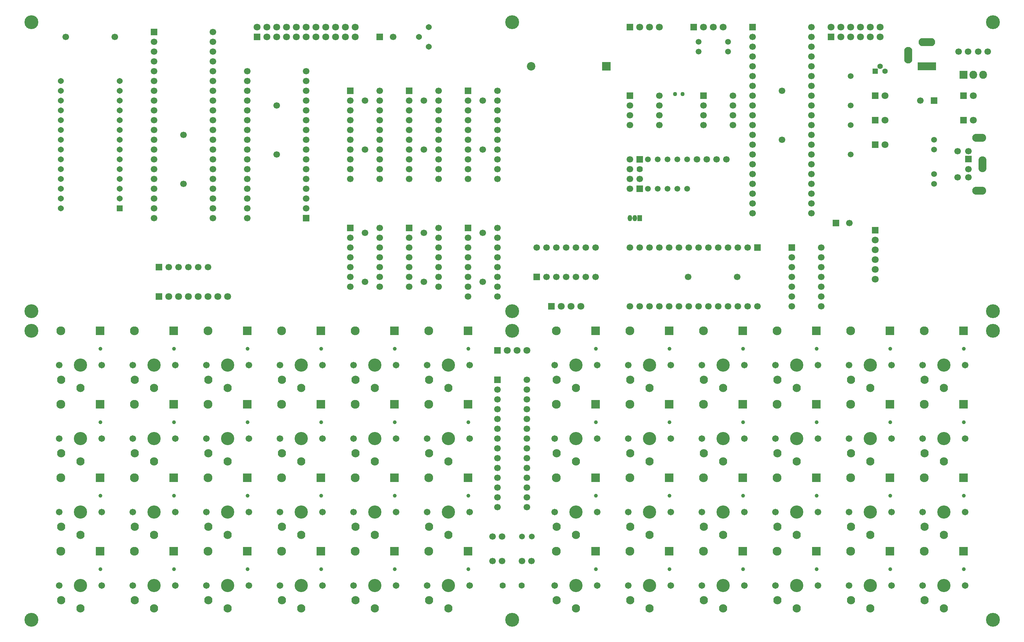
<source format=gbr>
%TF.GenerationSoftware,Novarm,DipTrace,4.3.0.4*%
%TF.CreationDate,2023-07-28T17:07:58+01:00*%
%FSLAX26Y26*%
%MOIN*%
%TF.FileFunction,Soldermask,Bot*%
%TF.Part,Single*%
%ADD20C,0.055118*%
%ADD26C,0.062992*%
%ADD28C,0.059055*%
%ADD32R,0.066929X0.066929*%
%ADD33C,0.066929*%
%ADD38C,0.066929*%
%ADD51R,0.086614X0.086614*%
%ADD55C,0.067*%
%ADD56C,0.135*%
%ADD57C,0.039*%
%ADD64C,0.043307*%
%ADD68C,0.090551*%
%ADD70R,0.090551X0.090551*%
%ADD75C,0.06063*%
%ADD77C,0.086614*%
%ADD79O,0.045276X0.062992*%
%ADD81R,0.045276X0.062992*%
%ADD83O,0.078937X0.082677*%
%ADD85R,0.078937X0.082677*%
%ADD87O,0.082677X0.169291*%
%ADD89O,0.169291X0.082677*%
%ADD91R,0.185039X0.082677*%
%ADD93C,0.070866*%
%ADD94O,0.082677X0.161417*%
%ADD96O,0.141732X0.082677*%
%ADD98C,0.06063*%
%ADD100R,0.06063X0.06063*%
%ADD102C,0.070866*%
%ADD103R,0.070866X0.070866*%
%ADD105R,0.055118X0.055118*%
%ADD107C,0.141732*%
%ADD109C,0.063937*%
%ADD111C,0.059055*%
%ADD113C,0.083937*%
G75*
G01*
%LPD*%
D28*
X6977953Y4893701D3*
D111*
Y5193701D3*
D113*
X3243701Y1361024D3*
X3046850Y1443701D3*
D55*
X3027165Y1593307D3*
D56*
X3243701D3*
D57*
X3449213Y1758661D3*
D55*
X3460236Y1593307D3*
D32*
X8243701Y4293701D3*
D33*
Y4193701D3*
Y4093701D3*
Y3993701D3*
Y3893701D3*
Y3793701D3*
Y3693701D3*
X8543701D3*
Y3793701D3*
Y3893701D3*
Y3993701D3*
Y4093701D3*
Y4193701D3*
Y4293701D3*
D32*
X3293701Y4593701D3*
D33*
Y4693701D3*
Y4793701D3*
Y4893701D3*
Y4993701D3*
Y5093701D3*
Y5193701D3*
Y5293701D3*
Y5393701D3*
Y5493701D3*
Y5593701D3*
Y5693701D3*
Y5793701D3*
Y5893701D3*
Y5993701D3*
Y6093701D3*
X2693701D3*
Y5993701D3*
Y5893701D3*
Y5793701D3*
Y5693701D3*
Y5593701D3*
Y5493701D3*
Y5393701D3*
Y5293701D3*
Y5193701D3*
Y5093701D3*
Y4993701D3*
Y4893701D3*
Y4793701D3*
Y4693701D3*
Y4593701D3*
D28*
X6877953Y5193701D3*
D111*
Y4893701D3*
D113*
X8293701Y611024D3*
X8096850Y693701D3*
D55*
X8077165Y843307D3*
D56*
X8293701D3*
D57*
X8499213Y1008661D3*
D55*
X8510236Y843307D3*
D32*
X6693701Y4893701D3*
D38*
Y4993701D3*
D109*
Y5093701D3*
D32*
Y5193701D3*
D38*
X6593701D3*
Y5093701D3*
Y4993701D3*
Y4893701D3*
D32*
X4344094Y5893504D3*
D33*
Y5793504D3*
Y5693504D3*
Y5593504D3*
Y5493504D3*
Y5393504D3*
Y5293504D3*
Y5193504D3*
Y5093504D3*
Y4993504D3*
X4644094D3*
Y5093504D3*
Y5193504D3*
Y5293504D3*
Y5393504D3*
Y5493504D3*
Y5593504D3*
Y5693504D3*
Y5793504D3*
Y5893504D3*
D32*
X7843504Y6543504D3*
D33*
Y6443504D3*
Y6343504D3*
Y6243504D3*
Y6143504D3*
Y6043504D3*
Y5943504D3*
Y5843504D3*
Y5743504D3*
Y5643504D3*
Y5543504D3*
Y5443504D3*
Y5343504D3*
Y5243504D3*
Y5143504D3*
Y5043504D3*
Y4943504D3*
Y4843504D3*
Y4743504D3*
Y4643504D3*
X8443504D3*
Y4743504D3*
Y4843504D3*
Y4943504D3*
Y5043504D3*
Y5143504D3*
Y5243504D3*
Y5343504D3*
Y5443504D3*
Y5543504D3*
Y5643504D3*
Y5743504D3*
Y5843504D3*
Y5943504D3*
Y6043504D3*
Y6143504D3*
Y6243504D3*
Y6343504D3*
Y6443504D3*
Y6543504D3*
D113*
X3243701Y2111024D3*
X3046850Y2193701D3*
D55*
X3027165Y2343307D3*
D56*
X3243701D3*
D57*
X3449213Y2508661D3*
D55*
X3460236Y2343307D3*
D26*
X5297244Y843307D3*
X5489370D3*
D32*
X9693701Y5793701D3*
D38*
X9555906D3*
D113*
X3993701Y2111024D3*
X3796850Y2193701D3*
D55*
X3777165Y2343307D3*
D56*
X3993701D3*
D57*
X4199213Y2508661D3*
D55*
X4210236Y2343307D3*
D113*
X7543701Y2861024D3*
X7346850Y2943701D3*
D55*
X7327165Y3093307D3*
D56*
X7543701D3*
D57*
X7749213Y3258661D3*
D55*
X7760236Y3093307D3*
D113*
X9043701Y1361024D3*
X8846850Y1443701D3*
D55*
X8827165Y1593307D3*
D56*
X9043701D3*
D57*
X9249213Y1758661D3*
D55*
X9260236Y1593307D3*
D32*
X4043701Y6443701D3*
D38*
X4181496D3*
D113*
X7543701Y1361024D3*
X7346850Y1443701D3*
D55*
X7327165Y1593307D3*
D56*
X7543701D3*
D57*
X7749213Y1758661D3*
D55*
X7760236Y1593307D3*
D107*
X493701Y3443701D3*
D113*
X4743701Y1361024D3*
X4546850Y1443701D3*
D55*
X4527165Y1593307D3*
D56*
X4743701D3*
D57*
X4949213Y1758661D3*
D55*
X4960236Y1593307D3*
D113*
X3243701Y2861024D3*
X3046850Y2943701D3*
D55*
X3027165Y3093307D3*
D56*
X3243701D3*
D57*
X3449213Y3258661D3*
D55*
X3460236Y3093307D3*
D113*
X7543701Y2111024D3*
X7346850Y2193701D3*
D55*
X7327165Y2343307D3*
D56*
X7543701D3*
D57*
X7749213Y2508661D3*
D55*
X7760236Y2343307D3*
D107*
X5393701Y3643701D3*
D113*
X9793701Y2111024D3*
X9596850Y2193701D3*
D55*
X9577165Y2343307D3*
D56*
X9793701D3*
D57*
X9999213Y2508661D3*
D55*
X10010236Y2343307D3*
D105*
X9093701Y6093701D3*
D20*
X9143701Y6143701D3*
X9193701Y6093701D3*
D38*
X7277953Y5193701D3*
X7376378D3*
D113*
X6043701Y1361024D3*
X5846850Y1443701D3*
D55*
X5827165Y1593307D3*
D56*
X6043701D3*
D57*
X6249213Y1758661D3*
D55*
X6260236Y1593307D3*
D107*
X493701Y3643701D3*
D113*
X3993701Y1361024D3*
X3796850Y1443701D3*
D55*
X3777165Y1593307D3*
D56*
X3993701D3*
D57*
X4199213Y1758661D3*
D55*
X4210236Y1593307D3*
D38*
X5193701Y1343307D3*
X5292126D3*
D113*
X3993701Y611024D3*
X3796850Y693701D3*
D55*
X3777165Y843307D3*
D56*
X3993701D3*
D57*
X4199213Y1008661D3*
D55*
X4210236Y843307D3*
D103*
X7244094Y6543701D3*
D102*
X7344094D3*
X7444094D3*
X7544094D3*
D113*
X1743701Y2861024D3*
X1546850Y2943701D3*
D55*
X1527165Y3093307D3*
D56*
X1743701D3*
D57*
X1949213Y3258661D3*
D55*
X1960236Y3093307D3*
D103*
X2793701Y6443701D3*
D102*
Y6543701D3*
X2893701Y6443701D3*
Y6543701D3*
X2993701Y6443701D3*
Y6543701D3*
X3093701Y6443701D3*
Y6543701D3*
X3193701Y6443701D3*
Y6543701D3*
X3293701Y6443701D3*
Y6543701D3*
X3393701Y6443701D3*
Y6543701D3*
X3493701Y6443701D3*
Y6543701D3*
X3593701Y6443701D3*
Y6543701D3*
X3693701Y6443701D3*
Y6543701D3*
X3793701Y6443701D3*
Y6543701D3*
D103*
X5243701Y3243307D3*
D102*
X5343701D3*
X5443701D3*
X5543701D3*
D113*
X8293701Y1361024D3*
X8096850Y1443701D3*
D55*
X8077165Y1593307D3*
D56*
X8293701D3*
D57*
X8499213Y1758661D3*
D55*
X8510236Y1593307D3*
D32*
X6594094Y5843307D3*
D33*
Y5743307D3*
Y5643307D3*
Y5543307D3*
X6894094D3*
Y5643307D3*
Y5743307D3*
Y5843307D3*
D113*
X9043701Y2861024D3*
X8846850Y2943701D3*
D55*
X8827165Y3093307D3*
D56*
X9043701D3*
D57*
X9249213Y3258661D3*
D55*
X9260236Y3093307D3*
D38*
X3893701Y4443701D3*
Y3943701D3*
D113*
X1743701Y611024D3*
X1546850Y693701D3*
D55*
X1527165Y843307D3*
D56*
X1743701D3*
D57*
X1949213Y1008661D3*
D55*
X1960236Y843307D3*
D32*
X1743504Y6493701D3*
D33*
Y6393701D3*
Y6293701D3*
Y6193701D3*
Y6093701D3*
Y5993701D3*
Y5893701D3*
Y5793701D3*
Y5693701D3*
Y5593701D3*
Y5493701D3*
Y5393701D3*
Y5293701D3*
Y5193701D3*
Y5093701D3*
Y4993701D3*
Y4893701D3*
Y4793701D3*
Y4693701D3*
Y4593701D3*
X2343504D3*
Y4693701D3*
Y4793701D3*
Y4893701D3*
Y4993701D3*
Y5093701D3*
Y5193701D3*
Y5293701D3*
Y5393701D3*
Y5493701D3*
Y5593701D3*
Y5693701D3*
Y5793701D3*
Y5893701D3*
Y5993701D3*
Y6093701D3*
Y6193701D3*
Y6293701D3*
Y6393701D3*
Y6493701D3*
D113*
X6043701Y2861024D3*
X5846850Y2943701D3*
D55*
X5827165Y3093307D3*
D56*
X6043701D3*
D57*
X6249213Y3258661D3*
D55*
X6260236Y3093307D3*
D113*
X6793701Y2861024D3*
X6596850Y2943701D3*
D55*
X6577165Y3093307D3*
D56*
X6793701D3*
D57*
X6999213Y3258661D3*
D55*
X7010236Y3093307D3*
D32*
X8693701Y4543701D3*
D38*
X8831496D3*
D28*
X7593701Y6393701D3*
D111*
X7293701D3*
D38*
X7188976Y3993701D3*
X7688976D3*
D32*
X5243701Y2943307D3*
D33*
Y2843307D3*
Y2743307D3*
Y2643307D3*
Y2543307D3*
Y2443307D3*
Y2343307D3*
Y2243307D3*
Y2143307D3*
Y2043307D3*
Y1943307D3*
Y1843307D3*
Y1743307D3*
Y1643307D3*
X5543701D3*
Y1743307D3*
Y1843307D3*
Y1943307D3*
Y2043307D3*
Y2143307D3*
Y2243307D3*
Y2343307D3*
Y2443307D3*
Y2543307D3*
Y2643307D3*
Y2743307D3*
Y2843307D3*
Y2943307D3*
D28*
X7077953Y5193701D3*
D111*
Y4893701D3*
D38*
X7477953Y5193701D3*
X7576378D3*
D107*
X5393701Y3443701D3*
D113*
X4743701Y2861024D3*
X4546850Y2943701D3*
D55*
X4527165Y3093307D3*
D56*
X4743701D3*
D57*
X4949213Y3258661D3*
D55*
X4960236Y3093307D3*
D113*
X9043701Y2111024D3*
X8846850Y2193701D3*
D55*
X8827165Y2343307D3*
D56*
X9043701D3*
D57*
X9249213Y2508661D3*
D55*
X9260236Y2343307D3*
D32*
X3743701Y4493701D3*
D33*
Y4393701D3*
Y4293701D3*
Y4193701D3*
Y4093701D3*
Y3993701D3*
Y3893701D3*
X4043701D3*
Y3993701D3*
Y4093701D3*
Y4193701D3*
Y4293701D3*
Y4393701D3*
Y4493701D3*
D107*
X10293701Y6593701D3*
D28*
X8843701Y6043701D3*
D111*
Y5743701D3*
D28*
X9693701Y5393701D3*
D111*
Y5293701D3*
D100*
X1393701Y4694094D3*
D98*
Y4794094D3*
Y4894094D3*
Y4994094D3*
Y5094094D3*
Y5194094D3*
Y5294094D3*
Y5394094D3*
Y5494094D3*
Y5594094D3*
Y5694094D3*
Y5794094D3*
Y5894094D3*
Y5994094D3*
X793701D3*
Y5894094D3*
Y5794094D3*
Y5694094D3*
Y5594094D3*
Y5494094D3*
Y5394094D3*
Y5294094D3*
Y5194094D3*
Y5094094D3*
Y4994094D3*
Y4894094D3*
Y4794094D3*
Y4694094D3*
D113*
X1743701Y2111024D3*
X1546850Y2193701D3*
D55*
X1527165Y2343307D3*
D56*
X1743701D3*
D57*
X1949213Y2508661D3*
D55*
X1960236Y2343307D3*
D113*
X1743701Y1361024D3*
X1546850Y1443701D3*
D55*
X1527165Y1593307D3*
D56*
X1743701D3*
D57*
X1949213Y1758661D3*
D55*
X1960236Y1593307D3*
D32*
X5643701Y3993701D3*
D33*
X5743701D3*
X5843701D3*
X5943701D3*
X6043701D3*
X6143701D3*
X6243701D3*
Y4293701D3*
X6143701D3*
X6043701D3*
X5943701D3*
X5843701D3*
X5743701D3*
X5643701D3*
D113*
X9043701Y611024D3*
X8846850Y693701D3*
D55*
X8827165Y843307D3*
D56*
X9043701D3*
D57*
X9249213Y1008661D3*
D55*
X9260236Y843307D3*
D103*
X9093701Y5343701D3*
D102*
X9193701D3*
D32*
X3743701Y5893701D3*
D33*
Y5793701D3*
Y5693701D3*
Y5593701D3*
Y5493701D3*
Y5393701D3*
Y5293701D3*
Y5193701D3*
Y5093701D3*
Y4993701D3*
X4043701D3*
Y5093701D3*
Y5193701D3*
Y5293701D3*
Y5393701D3*
Y5493701D3*
Y5593701D3*
Y5693701D3*
Y5793701D3*
Y5893701D3*
D113*
X2493701Y2861024D3*
X2296850Y2943701D3*
D55*
X2277165Y3093307D3*
D56*
X2493701D3*
D57*
X2699213Y3258661D3*
D55*
X2710236Y3093307D3*
D107*
X493701Y493701D3*
D32*
X10043701Y5195276D3*
D38*
Y5092913D3*
Y5277953D3*
Y5010236D3*
X9933465Y5277953D3*
Y5010236D3*
D96*
X10155906Y4874409D3*
D94*
X10187402Y5144094D3*
D96*
X10155906Y5413780D3*
D113*
X3243701Y611024D3*
X3046850Y693701D3*
D55*
X3027165Y843307D3*
D56*
X3243701D3*
D57*
X3449213Y1008661D3*
D55*
X3460236Y843307D3*
D28*
X8843701Y5543701D3*
D111*
Y5243701D3*
D28*
X6777953Y5193701D3*
D111*
Y4893701D3*
D38*
X2043504Y5442913D3*
Y4942913D3*
D113*
X4743701Y611024D3*
X4546850Y693701D3*
D55*
X4527165Y843307D3*
D56*
X4743701D3*
D57*
X4949213Y1008661D3*
D55*
X4960236Y843307D3*
D113*
X2493701Y1361024D3*
X2296850Y1443701D3*
D55*
X2277165Y1593307D3*
D56*
X2493701D3*
D57*
X2699213Y1758661D3*
D55*
X2710236Y1593307D3*
D103*
X8643701Y6443504D3*
D102*
Y6543504D3*
X8743701Y6443504D3*
Y6543504D3*
X8843701Y6443504D3*
Y6543504D3*
X8943701Y6443504D3*
Y6543504D3*
X9043701Y6443504D3*
Y6543504D3*
X9143701Y6443504D3*
Y6543504D3*
D107*
X493701Y6593701D3*
D103*
X9093701Y4468701D3*
D93*
Y4368701D3*
Y4268701D3*
Y4168701D3*
Y4068701D3*
Y3968701D3*
D113*
X8293701Y2861024D3*
X8096850Y2943701D3*
D55*
X8077165Y3093307D3*
D56*
X8293701D3*
D57*
X8499213Y3258661D3*
D55*
X8510236Y3093307D3*
D113*
X9793701Y611024D3*
X9596850Y693701D3*
D55*
X9577165Y843307D3*
D56*
X9793701D3*
D57*
X9999213Y1008661D3*
D55*
X10010236Y843307D3*
D38*
X9943701Y6293701D3*
X10042126D3*
D113*
X993701Y1361024D3*
X796850Y1443701D3*
D55*
X777165Y1593307D3*
D56*
X993701D3*
D57*
X1199213Y1758661D3*
D55*
X1210236Y1593307D3*
D91*
X9619291Y6143701D3*
D89*
Y6391732D3*
D87*
X9430315Y6257874D3*
D113*
X4743701Y2111024D3*
X4546850Y2193701D3*
D55*
X4527165Y2343307D3*
D56*
X4743701D3*
D57*
X4949213Y2508661D3*
D55*
X4960236Y2343307D3*
D38*
X4493701Y4443701D3*
Y3943701D3*
D85*
X9993701Y6056496D3*
D83*
X10093701D3*
X10193701D3*
D38*
X5093701Y4443701D3*
Y3943701D3*
D113*
X6793701Y1361024D3*
X6596850Y1443701D3*
D55*
X6577165Y1593307D3*
D56*
X6793701D3*
D57*
X6999213Y1758661D3*
D55*
X7010236Y1593307D3*
D32*
X4343307Y4493504D3*
D33*
Y4393504D3*
Y4293504D3*
Y4193504D3*
Y4093504D3*
Y3993504D3*
Y3893504D3*
X4643307D3*
Y3993504D3*
Y4093504D3*
Y4193504D3*
Y4293504D3*
Y4393504D3*
Y4493504D3*
D38*
X5493701Y1093307D3*
X5592126D3*
D113*
X6793701Y611024D3*
X6596850Y693701D3*
D55*
X6577165Y843307D3*
D56*
X6793701D3*
D57*
X6999213Y1008661D3*
D55*
X7010236Y843307D3*
D81*
X6693701Y4593701D3*
D79*
X6643701D3*
X6593701D3*
D28*
X9693701Y5043701D3*
D111*
Y4943701D3*
D38*
X3893701Y5793701D3*
Y5293701D3*
D103*
X9093701Y5593701D3*
D102*
X9193701D3*
D107*
X5393701Y493701D3*
D113*
X6043701Y611024D3*
X5846850Y693701D3*
D55*
X5827165Y843307D3*
D56*
X6043701D3*
D57*
X6249213Y1008661D3*
D55*
X6260236Y843307D3*
D51*
X6354331Y6143701D3*
D77*
X5586614D3*
D107*
X10293701Y3643701D3*
D28*
X7177953Y5193701D3*
D111*
Y4893701D3*
D32*
X4944094Y5893504D3*
D33*
Y5793504D3*
Y5693504D3*
Y5593504D3*
Y5493504D3*
Y5393504D3*
Y5293504D3*
Y5193504D3*
Y5093504D3*
Y4993504D3*
X5244094D3*
Y5093504D3*
Y5193504D3*
Y5293504D3*
Y5393504D3*
Y5493504D3*
Y5593504D3*
Y5693504D3*
Y5793504D3*
Y5893504D3*
D113*
X993701Y2861024D3*
X796850Y2943701D3*
D55*
X777165Y3093307D3*
D56*
X993701D3*
D57*
X1199213Y3258661D3*
D55*
X1210236Y3093307D3*
D103*
X1793110Y3793701D3*
D102*
X1893110D3*
X1993110D3*
X2093110D3*
X2193110D3*
X2293110D3*
X2393110D3*
X2493110D3*
D113*
X8293701Y2111024D3*
X8096850Y2193701D3*
D55*
X8077165Y2343307D3*
D56*
X8293701D3*
D57*
X8499213Y2508661D3*
D55*
X8510236Y2343307D3*
D103*
X9993701Y5843701D3*
D102*
X10093701D3*
D113*
X7543701Y611024D3*
X7346850Y693701D3*
D55*
X7327165Y843307D3*
D56*
X7543701D3*
D57*
X7749213Y1008661D3*
D55*
X7760236Y843307D3*
D32*
X7344094Y5843307D3*
D33*
Y5743307D3*
Y5643307D3*
Y5543307D3*
X7644094D3*
Y5643307D3*
Y5743307D3*
Y5843307D3*
D113*
X6043701Y2111024D3*
X5846850Y2193701D3*
D55*
X5827165Y2343307D3*
D56*
X6043701D3*
D57*
X6249213Y2508661D3*
D55*
X6260236Y2343307D3*
D38*
X8143701Y5394488D3*
Y5894488D3*
D32*
X4943307Y4493504D3*
D33*
Y4393504D3*
Y4293504D3*
Y4193504D3*
Y4093504D3*
Y3993504D3*
Y3893504D3*
Y3793504D3*
X5243307D3*
Y3893504D3*
Y3993504D3*
Y4093504D3*
Y4193504D3*
Y4293504D3*
Y4393504D3*
Y4493504D3*
D103*
X6593701Y6543701D3*
D102*
X6693701D3*
X6793701D3*
X6893701D3*
D113*
X3993701Y2861024D3*
X3796850Y2943701D3*
D55*
X3777165Y3093307D3*
D56*
X3993701D3*
D57*
X4199213Y3258661D3*
D55*
X4210236Y3093307D3*
D38*
X5093701Y5793701D3*
Y5293701D3*
D103*
X9993701Y5593701D3*
D102*
X10093701D3*
D38*
X844488Y6444094D3*
X1344488D3*
D113*
X2493701Y2111024D3*
X2296850Y2193701D3*
D55*
X2277165Y2343307D3*
D56*
X2493701D3*
D57*
X2699213Y2508661D3*
D55*
X2710236Y2343307D3*
D113*
X2493701Y611024D3*
X2296850Y693701D3*
D55*
X2277165Y843307D3*
D56*
X2493701D3*
D57*
X2699213Y1008661D3*
D55*
X2710236Y843307D3*
D28*
X5493701Y1343307D3*
D111*
X5593701D3*
D75*
X4543701Y6343701D3*
X4443701Y6443701D3*
X4543701Y6543701D3*
D103*
X5793701Y3693701D3*
D102*
X5893701D3*
X5993701D3*
X6093701D3*
D113*
X9793701Y1361024D3*
X9596850Y1443701D3*
D55*
X9577165Y1593307D3*
D56*
X9793701D3*
D57*
X9999213Y1758661D3*
D55*
X10010236Y1593307D3*
D107*
X10293701Y493701D3*
D28*
X7593701Y6293701D3*
D111*
X7293701D3*
D64*
X7055906Y5861024D3*
X7130709D3*
D32*
X7893701Y4293701D3*
D33*
X7793701D3*
X7693701D3*
X7593701D3*
X7493701D3*
X7393701D3*
X7293701D3*
X7193701D3*
X7093701D3*
X6993701D3*
X6893701D3*
X6793701D3*
X6693701D3*
X6593701D3*
Y3693701D3*
X6693701D3*
X6793701D3*
X6893701D3*
X6993701D3*
X7093701D3*
X7193701D3*
X7293701D3*
X7393701D3*
X7493701D3*
X7593701D3*
X7693701D3*
X7793701D3*
X7893701D3*
D32*
X1793701Y4093701D3*
D33*
X1893701D3*
X1993701D3*
X2093701D3*
X2193701D3*
X2293701D3*
D38*
X5193701Y1093307D3*
X5292126D3*
X10143701Y6293701D3*
X10242126D3*
D113*
X9793701Y2861024D3*
X9596850Y2943701D3*
D55*
X9577165Y3093307D3*
D56*
X9793701D3*
D57*
X9999213Y3258661D3*
D55*
X10010236Y3093307D3*
D38*
X4493701Y5793701D3*
Y5293701D3*
D113*
X993701Y2111024D3*
X796850Y2193701D3*
D55*
X777165Y2343307D3*
D56*
X993701D3*
D57*
X1199213Y2508661D3*
D55*
X1210236Y2343307D3*
D107*
X10293701Y3443701D3*
D113*
X993701Y611024D3*
X796850Y693701D3*
D55*
X777165Y843307D3*
D56*
X993701D3*
D57*
X1199213Y1008661D3*
D55*
X1210236Y843307D3*
D38*
X2993504Y5243701D3*
Y5743701D3*
D107*
X5393701Y6593701D3*
D103*
X9093701Y5843701D3*
D102*
X9193701D3*
D113*
X6793701Y2111024D3*
X6596850Y2193701D3*
D55*
X6577165Y2343307D3*
D56*
X6793701D3*
D57*
X6999213Y2508661D3*
D55*
X7010236Y2343307D3*
D70*
X9243701Y1193307D3*
D68*
X8843701D3*
D70*
X6243701Y2693307D3*
D68*
X5843701D3*
D70*
X1193701Y1943307D3*
D68*
X793701D3*
D70*
X4943701D3*
D68*
X4543701D3*
D70*
X6993701Y2693307D3*
D68*
X6593701D3*
D70*
X7743701Y1943307D3*
D68*
X7343701D3*
D70*
X2693701Y3443307D3*
D68*
X2293701D3*
D70*
X8493701Y2693307D3*
D68*
X8093701D3*
D70*
X6243701Y3443307D3*
D68*
X5843701D3*
D70*
X7743701Y2693307D3*
D68*
X7343701D3*
D70*
X4943701D3*
D68*
X4543701D3*
D70*
X7743701Y3443307D3*
D68*
X7343701D3*
D70*
X4943701D3*
D68*
X4543701D3*
D70*
X8493701Y1943307D3*
D68*
X8093701D3*
D70*
X8493701Y1193307D3*
D68*
X8093701D3*
D70*
X3443701Y2693307D3*
D68*
X3043701D3*
D70*
X4193701Y1193307D3*
D68*
X3793701D3*
D70*
X2693701Y2693307D3*
D68*
X2293701D3*
D70*
X6243701Y1193307D3*
D68*
X5843701D3*
D70*
X1943701Y1943307D3*
D68*
X1543701D3*
D70*
X1193701Y1193307D3*
D68*
X793701D3*
D70*
X3443701Y1943307D3*
D68*
X3043701D3*
D70*
X8493701Y3443307D3*
D68*
X8093701D3*
D70*
X9993701Y1943307D3*
D68*
X9593701D3*
D70*
X4193701D3*
D68*
X3793701D3*
D70*
X4193701Y2693307D3*
D68*
X3793701D3*
D70*
X9993701Y3443307D3*
D68*
X9593701D3*
D70*
X1193701Y2693307D3*
D68*
X793701D3*
D70*
X7743701Y1193307D3*
D68*
X7343701D3*
D70*
X1943701Y2693307D3*
D68*
X1543701D3*
D70*
X6993701Y1193307D3*
D68*
X6593701D3*
D70*
X2693701Y1943307D3*
D68*
X2293701D3*
D70*
X3443701Y1193307D3*
D68*
X3043701D3*
D70*
X4943701D3*
D68*
X4543701D3*
D70*
X1193701Y3443307D3*
D68*
X793701D3*
D70*
X3443701D3*
D68*
X3043701D3*
D70*
X1943701Y1193307D3*
D68*
X1543701D3*
D70*
X6993701Y3443307D3*
D68*
X6593701D3*
D70*
X6993701Y1943307D3*
D68*
X6593701D3*
D70*
X9243701Y3443307D3*
D68*
X8843701D3*
D70*
X1943701D3*
D68*
X1543701D3*
D70*
X6243701Y1943307D3*
D68*
X5843701D3*
D70*
X9993701Y1193307D3*
D68*
X9593701D3*
D70*
X9993701Y2693307D3*
D68*
X9593701D3*
D70*
X9243701D3*
D68*
X8843701D3*
D70*
X9243701Y1943307D3*
D68*
X8843701D3*
D70*
X4193701Y3443307D3*
D68*
X3793701D3*
D70*
X2693701Y1193307D3*
D68*
X2293701D3*
M02*

</source>
